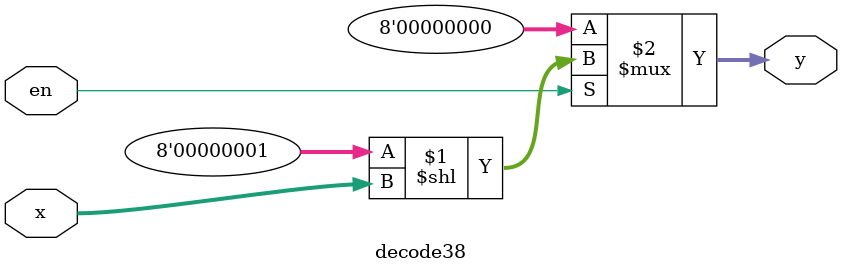
<source format=v>
module decode38(
    input [2:0] x,
    input       en,
    output[7:0] y
);
   assign y = (en)? 8'h01 << x : 8'h00;

endmodule

</source>
